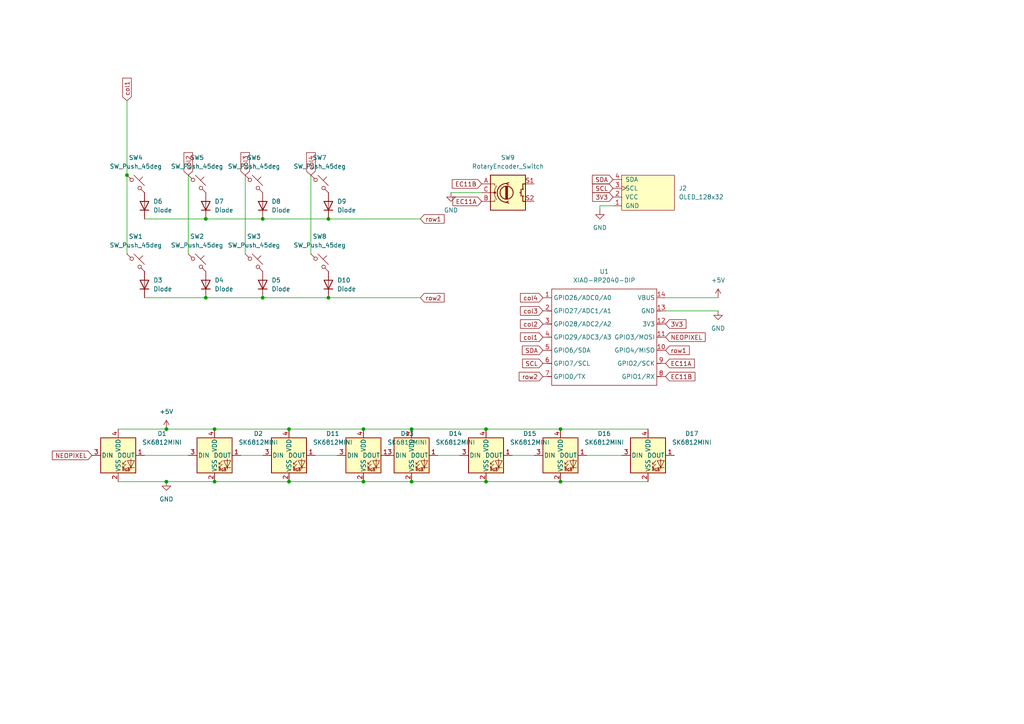
<source format=kicad_sch>
(kicad_sch (version 20231120) (generator "eeschema") (generator_version "8.0")
  (paper "A4")
  (lib_symbols
    (symbol "Device:RotaryEncoder_Switch" (pin_names (offset 0.254) hide)
      (property "Reference" "SW" (at 0 6.604 0))
      (property "Value" "RotaryEncoder_Switch" (at 0 -6.604 0))
      (symbol "RotaryEncoder_Switch_0_1"
        (rectangle (start -5.08 5.08) (end 5.08 -5.08) (stroke (width 0.254)) (fill (type background)))
        (circle (center -3.81 0) (radius 0.254) (fill (type outline)))
        (circle (center -0.381 0) (radius 1.905) (stroke (width 0.254)))
        (arc (start -0.381 2.667) (mid -3.0988 -0.0635) (end -0.381 -2.794) (stroke (width 0.254)))
        (polyline (pts (xy -0.635 -1.778) (xy -0.635 1.778)) (stroke (width 0.254)))
        (polyline (pts (xy -0.381 -1.778) (xy -0.381 1.778)) (stroke (width 0.254)))
        (polyline (pts (xy -0.127 1.778) (xy -0.127 -1.778)) (stroke (width 0.254)))
        (polyline (pts (xy 3.81 0) (xy 3.429 0)) (stroke (width 0.254)))
        (polyline (pts (xy 3.81 1.016) (xy 3.81 -1.016)) (stroke (width 0.254)))
        (polyline (pts (xy -5.08 -2.54) (xy -3.81 -2.54) (xy -3.81 -2.032)))
        (polyline (pts (xy -5.08 2.54) (xy -3.81 2.54) (xy -3.81 2.032)))
        (polyline (pts (xy 0.254 -3.048) (xy -0.508 -2.794) (xy 0.127 -2.413)) (stroke (width 0.254)))
        (polyline (pts (xy 0.254 2.921) (xy -0.508 2.667) (xy 0.127 2.286)) (stroke (width 0.254)))
        (polyline (pts (xy 5.08 -2.54) (xy 4.318 -2.54) (xy 4.318 -1.016)) (stroke (width 0.254)))
        (polyline (pts (xy 5.08 2.54) (xy 4.318 2.54) (xy 4.318 1.016)) (stroke (width 0.254)))
        (polyline (pts (xy -5.08 0) (xy -3.81 0) (xy -3.81 -1.016) (xy -3.302 -2.032)))
        (polyline (pts (xy -4.318 0) (xy -3.81 0) (xy -3.81 1.016) (xy -3.302 2.032)))
        (circle (center 4.318 -1.016) (radius 0.127) (stroke (width 0.254)))
        (circle (center 4.318 1.016) (radius 0.127) (stroke (width 0.254)))
      )
      (symbol "RotaryEncoder_Switch_1_1"
        (pin passive line (at -7.62 2.54 0) (length 2.54) (name "A") (number "A"))
        (pin passive line (at -7.62 -2.54 0) (length 2.54) (name "B") (number "B"))
        (pin passive line (at -7.62 0 0) (length 2.54) (name "C") (number "C"))
        (pin passive line (at 7.62 2.54 180) (length 2.54) (name "S1") (number "S1"))
        (pin passive line (at 7.62 -2.54 180) (length 2.54) (name "S2") (number "S2"))
      )
    )
    (symbol "LED:SK6812MINI" (pin_names (offset 0.254))
      (property "Reference" "D" (at 5.08 5.715 0))
      (property "Value" "SK6812MINI" (at 1.27 -5.715 0))
      (symbol "SK6812MINI_0_0"
        (text "RGB" (at 2.286 -4.191 0) (effects (font (size 0.762 0.762))))
      )
      (symbol "SK6812MINI_0_1"
        (polyline (pts (xy 1.27 -3.556) (xy 1.778 -3.556)))
        (polyline (pts (xy 1.27 -2.54) (xy 1.778 -2.54)))
        (polyline (pts (xy 4.699 -3.556) (xy 2.667 -3.556)))
        (polyline (pts (xy 2.286 -2.54) (xy 1.27 -3.556) (xy 1.27 -3.048)))
        (polyline (pts (xy 2.286 -1.524) (xy 1.27 -2.54) (xy 1.27 -2.032)))
        (polyline (pts (xy 3.683 -1.016) (xy 3.683 -3.556) (xy 3.683 -4.064)))
        (polyline (pts (xy 4.699 -1.524) (xy 2.667 -1.524) (xy 3.683 -3.556) (xy 4.699 -1.524)))
        (rectangle (start 5.08 5.08) (end -5.08 -5.08) (stroke (width 0.254)) (fill (type background)))
      )
      (symbol "SK6812MINI_1_1"
        (pin output line (at 7.62 0 180) (length 2.54) (name "DOUT") (number "1"))
        (pin power_in line (at 0 -7.62 90) (length 2.54) (name "VSS") (number "2"))
        (pin input line (at -7.62 0 0) (length 2.54) (name "DIN") (number "3"))
        (pin power_in line (at 0 7.62 270) (length 2.54) (name "VDD") (number "4"))
      )
    )
    (symbol "ScottoKeebs:OLED_128x32" (pin_names (offset 1.016))
      (property "Reference" "J" (at 0 -6.35 0))
      (property "Value" "OLED_128x32" (at 0 6.35 0))
      (symbol "OLED_128x32_0_1"
        (rectangle (start 0 5.08) (end 15.24 -5.08) (fill (type background)))
      )
      (symbol "OLED_128x32_1_1"
        (pin power_in line (at -2.54 -3.81 0) (length 2.54) (name "GND") (number "1"))
        (pin power_in line (at -2.54 -1.27 0) (length 2.54) (name "VCC") (number "2"))
        (pin input clock (at -2.54 1.27 0) (length 2.54) (name "SCL") (number "3"))
        (pin bidirectional line (at -2.54 3.81 0) (length 2.54) (name "SDA") (number "4"))
      )
    )
    (symbol "ScottoKeebs:Placeholder_Diode" (pin_numbers hide) (pin_names hide)
      (property "Reference" "D" (at 0 2.54 0))
      (property "Value" "Diode" (at 0 -2.54 0))
      (symbol "Placeholder_Diode_0_1"
        (polyline (pts (xy -1.27 1.27) (xy -1.27 -1.27)) (stroke (width 0.254)))
        (polyline (pts (xy 1.27 0) (xy -1.27 0)))
        (polyline (pts (xy 1.27 1.27) (xy 1.27 -1.27) (xy -1.27 0) (xy 1.27 1.27)) (stroke (width 0.254)))
      )
      (symbol "Placeholder_Diode_1_1"
        (pin passive line (at -3.81 0 0) (length 2.54) (name "K") (number "1"))
        (pin passive line (at 3.81 0 180) (length 2.54) (name "A") (number "2"))
      )
    )
    (symbol "Seeed_Studio_XIAO_Series:XIAO-RP2040-DIP"
      (property "Reference" "U" (at 0 0 0))
      (property "Value" "XIAO-RP2040-DIP" (at 5.334 -1.778 0))
      (symbol "XIAO-RP2040-DIP_1_0"
        (polyline (pts (xy -1.27 -30.48) (xy -1.27 -16.51)) (stroke (width 0.1524)))
        (polyline (pts (xy -1.27 -27.94) (xy -2.54 -27.94)) (stroke (width 0.1524)))
        (polyline (pts (xy -1.27 -24.13) (xy -2.54 -24.13)) (stroke (width 0.1524)))
        (polyline (pts (xy -1.27 -20.32) (xy -2.54 -20.32)) (stroke (width 0.1524)))
        (polyline (pts (xy -1.27 -16.51) (xy -2.54 -16.51)) (stroke (width 0.1524)))
        (polyline (pts (xy -1.27 -16.51) (xy -1.27 -12.7)) (stroke (width 0.1524)))
        (polyline (pts (xy -1.27 -12.7) (xy -2.54 -12.7)) (stroke (width 0.1524)))
        (polyline (pts (xy -1.27 -12.7) (xy -1.27 -8.89)) (stroke (width 0.1524)))
        (polyline (pts (xy -1.27 -8.89) (xy -2.54 -8.89)) (stroke (width 0.1524)))
        (polyline (pts (xy -1.27 -8.89) (xy -1.27 -5.08)) (stroke (width 0.1524)))
        (polyline (pts (xy -1.27 -5.08) (xy -2.54 -5.08)) (stroke (width 0.1524)))
        (polyline (pts (xy -1.27 -5.08) (xy -1.27 -2.54)) (stroke (width 0.1524)))
        (polyline (pts (xy -1.27 -2.54) (xy 29.21 -2.54)) (stroke (width 0.1524)))
        (polyline (pts (xy 29.21 -30.48) (xy -1.27 -30.48)) (stroke (width 0.1524)))
        (polyline (pts (xy 29.21 -12.7) (xy 29.21 -30.48)) (stroke (width 0.1524)))
        (polyline (pts (xy 29.21 -8.89) (xy 29.21 -12.7)) (stroke (width 0.1524)))
        (polyline (pts (xy 29.21 -5.08) (xy 29.21 -8.89)) (stroke (width 0.1524)))
        (polyline (pts (xy 29.21 -2.54) (xy 29.21 -5.08)) (stroke (width 0.1524)))
        (polyline (pts (xy 30.48 -27.94) (xy 29.21 -27.94)) (stroke (width 0.1524)))
        (polyline (pts (xy 30.48 -24.13) (xy 29.21 -24.13)) (stroke (width 0.1524)))
        (polyline (pts (xy 30.48 -20.32) (xy 29.21 -20.32)) (stroke (width 0.1524)))
        (polyline (pts (xy 30.48 -16.51) (xy 29.21 -16.51)) (stroke (width 0.1524)))
        (polyline (pts (xy 30.48 -12.7) (xy 29.21 -12.7)) (stroke (width 0.1524)))
        (polyline (pts (xy 30.48 -8.89) (xy 29.21 -8.89)) (stroke (width 0.1524)))
        (polyline (pts (xy 30.48 -5.08) (xy 29.21 -5.08)) (stroke (width 0.1524)))
        (pin passive line (at -3.81 -5.08 0) (length 2.54) (name "GPIO26/ADC0/A0") (number "1"))
        (pin passive line (at 31.75 -20.32 180) (length 2.54) (name "GPIO4/MISO") (number "10"))
        (pin passive line (at 31.75 -16.51 180) (length 2.54) (name "GPIO3/MOSI") (number "11"))
        (pin passive line (at 31.75 -12.7 180) (length 2.54) (name "3V3") (number "12"))
        (pin passive line (at 31.75 -8.89 180) (length 2.54) (name "GND") (number "13"))
        (pin passive line (at 31.75 -5.08 180) (length 2.54) (name "VBUS") (number "14"))
        (pin passive line (at -3.81 -8.89 0) (length 2.54) (name "GPIO27/ADC1/A1") (number "2"))
        (pin passive line (at -3.81 -12.7 0) (length 2.54) (name "GPIO28/ADC2/A2") (number "3"))
        (pin passive line (at -3.81 -16.51 0) (length 2.54) (name "GPIO29/ADC3/A3") (number "4"))
        (pin passive line (at -3.81 -20.32 0) (length 2.54) (name "GPIO6/SDA") (number "5"))
        (pin passive line (at -3.81 -24.13 0) (length 2.54) (name "GPIO7/SCL") (number "6"))
        (pin passive line (at -3.81 -27.94 0) (length 2.54) (name "GPIO0/TX") (number "7"))
        (pin passive line (at 31.75 -27.94 180) (length 2.54) (name "GPIO1/RX") (number "8"))
        (pin passive line (at 31.75 -24.13 180) (length 2.54) (name "GPIO2/SCK") (number "9"))
      )
    )
    (symbol "Switch:SW_Push_45deg" (pin_numbers hide) (pin_names (offset 1.016) hide)
      (property "Reference" "SW" (at 3.048 1.016 0))
      (property "Value" "SW_Push_45deg" (at 0 -3.81 0))
      (symbol "SW_Push_45deg_0_1"
        (circle (center -1.1684 1.1684) (radius 0.508))
        (polyline (pts (xy -0.508 2.54) (xy 2.54 -0.508)))
        (polyline (pts (xy 1.016 1.016) (xy 2.032 2.032)))
        (polyline (pts (xy -2.54 2.54) (xy -1.524 1.524) (xy -1.524 1.524)))
        (polyline (pts (xy 1.524 -1.524) (xy 2.54 -2.54) (xy 2.54 -2.54) (xy 2.54 -2.54)))
        (circle (center 1.143 -1.1938) (radius 0.508))
        (pin passive line (at -2.54 2.54 0) (length 0) (name "1") (number "1"))
        (pin passive line (at 2.54 -2.54 180) (length 0) (name "2") (number "2"))
      )
    )
    (symbol "power:+5V" (power) (pin_numbers hide) (pin_names (offset 0) hide)
      (property "Value" "+5V" (at 0 3.556 0))
      (symbol "+5V_0_1"
        (polyline (pts (xy -0.762 1.27) (xy 0 2.54)))
        (polyline (pts (xy 0 0) (xy 0 2.54)))
        (polyline (pts (xy 0 2.54) (xy 0.762 1.27)))
      )
      (symbol "+5V_1_1"
        (pin power_in line (at 0 0 90) (length 0) (name "~") (number "1"))
      )
    )
    (symbol "power:GND" (power) (pin_numbers hide) (pin_names (offset 0) hide)
      (property "Value" "GND" (at 0 -3.81 0))
      (symbol "GND_0_1"
        (polyline (pts (xy 0 0) (xy 0 -1.27) (xy 1.27 -1.27) (xy 0 -2.54) (xy -1.27 -1.27) (xy 0 -1.27)))
      )
      (symbol "GND_1_1"
        (pin power_in line (at 0 0 270) (length 0) (name "~") (number "1"))
      )
    )
  )
  (junction (at 76.2 86.36))
  (junction (at 119.38 124.46))
  (junction (at 119.38 139.7))
  (junction (at 140.97 124.46))
  (junction (at 95.25 86.36))
  (junction (at 105.41 139.7))
  (junction (at 59.69 63.5))
  (junction (at 62.23 124.46))
  (junction (at 48.26 124.46))
  (junction (at 95.25 63.5))
  (junction (at 36.83 50.8))
  (junction (at 83.82 124.46))
  (junction (at 105.41 124.46))
  (junction (at 62.23 139.7))
  (junction (at 162.56 124.46))
  (junction (at 48.26 139.7))
  (junction (at 76.2 63.5))
  (junction (at 162.56 139.7))
  (junction (at 59.69 86.36))
  (junction (at 83.82 139.7))
  (junction (at 140.97 139.7))
  (wire (pts (xy 83.82 124.46) (xy 105.41 124.46)))
  (wire (pts (xy 59.69 86.36) (xy 76.2 86.36)))
  (wire (pts (xy 83.82 139.7) (xy 105.41 139.7)))
  (wire (pts (xy 90.17 50.8) (xy 90.17 73.66)))
  (wire (pts (xy 121.92 86.36) (xy 95.25 86.36)))
  (wire (pts (xy 119.38 139.7) (xy 140.97 139.7)))
  (wire (pts (xy 62.23 124.46) (xy 83.82 124.46)))
  (wire (pts (xy 177.8 59.69) (xy 173.99 59.69)))
  (wire (pts (xy 140.97 124.46) (xy 162.56 124.46)))
  (wire (pts (xy 48.26 124.46) (xy 62.23 124.46)))
  (wire (pts (xy 91.44 132.08) (xy 97.79 132.08)))
  (wire (pts (xy 162.56 139.7) (xy 187.96 139.7)))
  (wire (pts (xy 48.26 139.7) (xy 62.23 139.7)))
  (wire (pts (xy 162.56 124.46) (xy 187.96 124.46)))
  (wire (pts (xy 76.2 63.5) (xy 95.25 63.5)))
  (wire (pts (xy 71.12 50.8) (xy 71.12 73.66)))
  (wire (pts (xy 148.59 132.08) (xy 154.94 132.08)))
  (wire (pts (xy 140.97 139.7) (xy 162.56 139.7)))
  (wire (pts (xy 36.83 29.21) (xy 36.83 50.8)))
  (wire (pts (xy 105.41 139.7) (xy 119.38 139.7)))
  (wire (pts (xy 119.38 124.46) (xy 140.97 124.46)))
  (wire (pts (xy 95.25 63.5) (xy 121.92 63.5)))
  (wire (pts (xy 36.83 50.8) (xy 36.83 73.66)))
  (wire (pts (xy 41.91 86.36) (xy 59.69 86.36)))
  (wire (pts (xy 69.85 132.08) (xy 76.2 132.08)))
  (wire (pts (xy 62.23 139.7) (xy 83.82 139.7)))
  (wire (pts (xy 76.2 86.36) (xy 95.25 86.36)))
  (wire (pts (xy 208.28 86.36) (xy 193.04 86.36)))
  (wire (pts (xy 34.29 124.46) (xy 48.26 124.46)))
  (wire (pts (xy 208.28 90.17) (xy 193.04 90.17)))
  (wire (pts (xy 127 132.08) (xy 133.35 132.08)))
  (wire (pts (xy 105.41 124.46) (xy 119.38 124.46)))
  (wire (pts (xy 130.81 55.88) (xy 139.7 55.88)))
  (wire (pts (xy 59.69 63.5) (xy 76.2 63.5)))
  (wire (pts (xy 54.61 50.8) (xy 54.61 73.66)))
  (wire (pts (xy 173.99 59.69) (xy 173.99 60.96)))
  (wire (pts (xy 34.29 139.7) (xy 48.26 139.7)))
  (wire (pts (xy 170.18 132.08) (xy 180.34 132.08)))
  (wire (pts (xy 41.91 63.5) (xy 59.69 63.5)))
  (wire (pts (xy 41.91 132.08) (xy 54.61 132.08)))
  (wire (pts (xy 111.76 132.08) (xy 113.03 132.08)))
  (global_label "NEOPIXEL" (shape input) (at 26.67 132.08 180) (property "Intersheetrefs" "${INTERSHEET_REFS}" (effects (hide yes))))
  (global_label "col1" (shape input) (at 36.83 29.21 90) (property "Intersheetrefs" "${INTERSHEET_REFS}" (effects (hide yes))))
  (global_label "SDA" (shape input) (at 157.48 101.6 180) (property "Intersheetrefs" "${INTERSHEET_REFS}" (effects (hide yes))))
  (global_label "col2" (shape input) (at 54.61 50.8 90) (property "Intersheetrefs" "${INTERSHEET_REFS}" (effects (hide yes))))
  (global_label "col2" (shape input) (at 157.48 93.98 180) (property "Intersheetrefs" "${INTERSHEET_REFS}" (effects (hide yes))))
  (global_label "SCL" (shape input) (at 157.48 105.41 180) (property "Intersheetrefs" "${INTERSHEET_REFS}" (effects (hide yes))))
  (global_label "col3" (shape input) (at 71.12 50.8 90) (property "Intersheetrefs" "${INTERSHEET_REFS}" (effects (hide yes))))
  (global_label "row1" (shape input) (at 193.04 101.6 0) (property "Intersheetrefs" "${INTERSHEET_REFS}" (effects (hide yes))))
  (global_label "row2" (shape input) (at 121.92 86.36 0) (property "Intersheetrefs" "${INTERSHEET_REFS}" (effects (hide yes))))
  (global_label "NEOPIXEL" (shape input) (at 193.04 97.79 0) (property "Intersheetrefs" "${INTERSHEET_REFS}" (effects (hide yes))))
  (global_label "EC11B" (shape input) (at 139.7 53.34 180) (property "Intersheetrefs" "${INTERSHEET_REFS}" (effects (hide yes))))
  (global_label "EC11A" (shape input) (at 193.04 105.41 0) (property "Intersheetrefs" "${INTERSHEET_REFS}" (effects (hide yes))))
  (global_label "col3" (shape input) (at 157.48 90.17 180) (property "Intersheetrefs" "${INTERSHEET_REFS}" (effects (hide yes))))
  (global_label "EC11A" (shape input) (at 139.7 58.42 180) (property "Intersheetrefs" "${INTERSHEET_REFS}" (effects (hide yes))))
  (global_label "col4" (shape input) (at 157.48 86.36 180) (property "Intersheetrefs" "${INTERSHEET_REFS}" (effects (hide yes))))
  (global_label "EC11B" (shape input) (at 193.04 109.22 0) (property "Intersheetrefs" "${INTERSHEET_REFS}" (effects (hide yes))))
  (global_label "col4" (shape input) (at 90.17 50.8 90) (property "Intersheetrefs" "${INTERSHEET_REFS}" (effects (hide yes))))
  (global_label "3V3" (shape input) (at 177.8 57.15 180) (property "Intersheetrefs" "${INTERSHEET_REFS}" (effects (hide yes))))
  (global_label "col1" (shape input) (at 157.48 97.79 180) (property "Intersheetrefs" "${INTERSHEET_REFS}" (effects (hide yes))))
  (global_label "row1" (shape input) (at 121.92 63.5 0) (property "Intersheetrefs" "${INTERSHEET_REFS}" (effects (hide yes))))
  (global_label "row2" (shape input) (at 157.48 109.22 180) (property "Intersheetrefs" "${INTERSHEET_REFS}" (effects (hide yes))))
  (global_label "SCL" (shape input) (at 177.8 54.61 180) (property "Intersheetrefs" "${INTERSHEET_REFS}" (effects (hide yes))))
  (global_label "3V3" (shape input) (at 193.04 93.98 0) (property "Intersheetrefs" "${INTERSHEET_REFS}" (effects (hide yes))))
  (global_label "SDA" (shape input) (at 177.8 52.07 180) (property "Intersheetrefs" "${INTERSHEET_REFS}" (effects (hide yes))))
  (symbol (lib_id "ScottoKeebs:Placeholder_Diode") (at 41.91 82.55 90) (unit 1)
    (property "Reference" "D3" (at 44.45 81.2799 90) (effects (justify right)))
    (property "Value" "Diode" (at 44.45 83.8199 90) (effects (justify right)))
    (property "Footprint" "Diode_THT:D_DO-35_SOD27_P7.62mm_Horizontal" (effects (hide yes)))
    (property "Description" "1N4148 (DO-35) or 1N4148W (SOD-123)" (effects (hide yes)))
    (property "Sim.Device" "D" (effects (hide yes)))
    (property "Sim.Pins" "1=K 2=A" (effects (hide yes)))
  )
  (symbol (lib_id "Device:RotaryEncoder_Switch") (at 147.32 55.88 0) (unit 1)
    (property "Reference" "SW9" (at 147.32 45.72 0))
    (property "Value" "RotaryEncoder_Switch" (at 147.32 48.26 0))
    (property "Footprint" "Rotary_Encoder:RotaryEncoder_Alps_EC11E-Switch_Vertical_H20mm" (effects (hide yes)))
    (property "Description" "Rotary encoder, dual channel, incremental quadrate outputs, with switch" (effects (hide yes)))
  )
  (symbol (lib_id "power:+5V") (at 208.28 86.36 0) (unit 1)
    (property "Reference" "#PWR03" (effects (hide yes)))
    (property "Value" "+5V" (at 208.28 81.28 0))
    (property "Description" "Power symbol creates a global label with name \"+5V\"" (effects (hide yes)))
  )
  (symbol (lib_id "power:GND") (at 48.26 139.7 0) (unit 1)
    (property "Reference" "#PWR01" (effects (hide yes)))
    (property "Value" "GND" (at 48.26 144.78 0))
    (property "Description" "Power symbol creates a global label with name \"GND\" , ground" (effects (hide yes)))
  )
  (symbol (lib_id "Switch:SW_Push_45deg") (at 39.37 76.2 0) (unit 1)
    (property "Reference" "SW1" (at 39.37 68.58 0))
    (property "Value" "SW_Push_45deg" (at 39.37 71.12 0))
    (property "Footprint" "Button_Switch_Keyboard:SW_Cherry_MX_1.00u_PCB" (effects (hide yes)))
    (property "Description" "Push button switch, normally open, two pins, 45° tilted" (effects (hide yes)))
  )
  (symbol (lib_id "Seeed_Studio_XIAO_Series:XIAO-RP2040-DIP") (at 161.29 81.28 0) (unit 1)
    (property "Reference" "U1" (at 175.26 78.74 0))
    (property "Value" "XIAO-RP2040-DIP" (at 175.26 81.28 0))
    (property "Footprint" "Seeed Studio XIAO Series Library:XIAO-RP2040-DIP" (effects (hide yes)))
  )
  (symbol (lib_id "ScottoKeebs:Placeholder_Diode") (at 95.25 59.69 90) (unit 1)
    (property "Reference" "D9" (at 97.79 58.4199 90) (effects (justify right)))
    (property "Value" "Diode" (at 97.79 60.9599 90) (effects (justify right)))
    (property "Footprint" "Diode_THT:D_DO-35_SOD27_P7.62mm_Horizontal" (effects (hide yes)))
    (property "Description" "1N4148 (DO-35) or 1N4148W (SOD-123)" (effects (hide yes)))
    (property "Sim.Device" "D" (effects (hide yes)))
    (property "Sim.Pins" "1=K 2=A" (effects (hide yes)))
  )
  (symbol (lib_id "LED:SK6812MINI") (at 62.23 132.08 0) (unit 1)
    (property "Reference" "D2" (at 74.93 125.7614 0))
    (property "Value" "SK6812MINI" (at 74.93 128.3014 0))
    (property "Footprint" "LED_SMD:LED_SK6812MINI_PLCC4_3.5x3.5mm_P1.75mm" (effects (hide yes)))
    (property "Datasheet" "https://cdn-shop.adafruit.com/product-files/2686/SK6812MINI_REV.01-1-2.pdf" (effects (hide yes)))
    (property "Description" "RGB LED with integrated controller" (effects (hide yes)))
  )
  (symbol (lib_id "Switch:SW_Push_45deg") (at 92.71 53.34 0) (unit 1)
    (property "Reference" "SW7" (at 92.71 45.72 0))
    (property "Value" "SW_Push_45deg" (at 92.71 48.26 0))
    (property "Footprint" "Button_Switch_Keyboard:SW_Cherry_MX_1.00u_PCB" (effects (hide yes)))
    (property "Description" "Push button switch, normally open, two pins, 45° tilted" (effects (hide yes)))
  )
  (symbol (lib_id "ScottoKeebs:Placeholder_Diode") (at 59.69 82.55 90) (unit 1)
    (property "Reference" "D4" (at 62.23 81.2799 90) (effects (justify right)))
    (property "Value" "Diode" (at 62.23 83.8199 90) (effects (justify right)))
    (property "Footprint" "Diode_THT:D_DO-35_SOD27_P7.62mm_Horizontal" (effects (hide yes)))
    (property "Description" "1N4148 (DO-35) or 1N4148W (SOD-123)" (effects (hide yes)))
    (property "Sim.Device" "D" (effects (hide yes)))
    (property "Sim.Pins" "1=K 2=A" (effects (hide yes)))
  )
  (symbol (lib_id "power:GND") (at 173.99 60.96 0) (unit 1)
    (property "Reference" "#PWR05" (effects (hide yes)))
    (property "Value" "GND" (at 173.99 66.04 0))
    (property "Description" "Power symbol creates a global label with name \"GND\" , ground" (effects (hide yes)))
  )
  (symbol (lib_id "ScottoKeebs:Placeholder_Diode") (at 76.2 59.69 90) (unit 1)
    (property "Reference" "D8" (at 78.74 58.4199 90) (effects (justify right)))
    (property "Value" "Diode" (at 78.74 60.9599 90) (effects (justify right)))
    (property "Footprint" "Diode_THT:D_DO-35_SOD27_P7.62mm_Horizontal" (effects (hide yes)))
    (property "Description" "1N4148 (DO-35) or 1N4148W (SOD-123)" (effects (hide yes)))
    (property "Sim.Device" "D" (effects (hide yes)))
    (property "Sim.Pins" "1=K 2=A" (effects (hide yes)))
  )
  (symbol (lib_id "ScottoKeebs:OLED_128x32") (at 180.34 55.88 0) (unit 1)
    (property "Reference" "J2" (at 196.85 54.6099 0) (effects (justify left)))
    (property "Value" "OLED_128x32" (at 196.85 57.1499 0) (effects (justify left)))
    (property "Footprint" "ScottoKeebs_Components:OLED_128x32" (effects (hide yes)))
  )
  (symbol (lib_id "power:GND") (at 130.81 55.88 0) (unit 1)
    (property "Reference" "#PWR06" (effects (hide yes)))
    (property "Value" "GND" (at 130.81 60.96 0))
    (property "Description" "Power symbol creates a global label with name \"GND\" , ground" (effects (hide yes)))
  )
  (symbol (lib_id "Switch:SW_Push_45deg") (at 39.37 53.34 0) (unit 1)
    (property "Reference" "SW4" (at 39.37 45.72 0))
    (property "Value" "SW_Push_45deg" (at 39.37 48.26 0))
    (property "Footprint" "Button_Switch_Keyboard:SW_Cherry_MX_1.00u_PCB" (effects (hide yes)))
    (property "Description" "Push button switch, normally open, two pins, 45° tilted" (effects (hide yes)))
  )
  (symbol (lib_id "Switch:SW_Push_45deg") (at 73.66 53.34 0) (unit 1)
    (property "Reference" "SW6" (at 73.66 45.72 0))
    (property "Value" "SW_Push_45deg" (at 73.66 48.26 0))
    (property "Footprint" "Button_Switch_Keyboard:SW_Cherry_MX_1.00u_PCB" (effects (hide yes)))
    (property "Description" "Push button switch, normally open, two pins, 45° tilted" (effects (hide yes)))
  )
  (symbol (lib_id "power:+5V") (at 48.26 124.46 0) (unit 1)
    (property "Reference" "#PWR04" (effects (hide yes)))
    (property "Value" "+5V" (at 48.26 119.38 0))
    (property "Description" "Power symbol creates a global label with name \"+5V\"" (effects (hide yes)))
  )
  (symbol (lib_id "ScottoKeebs:Placeholder_Diode") (at 76.2 82.55 90) (unit 1)
    (property "Reference" "D5" (at 78.74 81.2799 90) (effects (justify right)))
    (property "Value" "Diode" (at 78.74 83.8199 90) (effects (justify right)))
    (property "Footprint" "Diode_THT:D_DO-35_SOD27_P7.62mm_Horizontal" (effects (hide yes)))
    (property "Description" "1N4148 (DO-35) or 1N4148W (SOD-123)" (effects (hide yes)))
    (property "Sim.Device" "D" (effects (hide yes)))
    (property "Sim.Pins" "1=K 2=A" (effects (hide yes)))
  )
  (symbol (lib_id "LED:SK6812MINI") (at 83.82 132.08 0) (unit 1)
    (property "Reference" "D11" (at 96.52 125.7614 0))
    (property "Value" "SK6812MINI" (at 96.52 128.3014 0))
    (property "Footprint" "LED_SMD:LED_SK6812MINI_PLCC4_3.5x3.5mm_P1.75mm" (effects (hide yes)))
    (property "Datasheet" "https://cdn-shop.adafruit.com/product-files/2686/SK6812MINI_REV.01-1-2.pdf" (effects (hide yes)))
    (property "Description" "RGB LED with integrated controller" (effects (hide yes)))
  )
  (symbol (lib_id "power:GND") (at 208.28 90.17 0) (unit 1)
    (property "Reference" "#PWR02" (effects (hide yes)))
    (property "Value" "GND" (at 208.28 95.25 0))
    (property "Description" "Power symbol creates a global label with name \"GND\" , ground" (effects (hide yes)))
  )
  (symbol (lib_id "ScottoKeebs:Placeholder_Diode") (at 41.91 59.69 90) (unit 1)
    (property "Reference" "D6" (at 44.45 58.4199 90) (effects (justify right)))
    (property "Value" "Diode" (at 44.45 60.9599 90) (effects (justify right)))
    (property "Footprint" "Diode_THT:D_DO-35_SOD27_P7.62mm_Horizontal" (effects (hide yes)))
    (property "Description" "1N4148 (DO-35) or 1N4148W (SOD-123)" (effects (hide yes)))
    (property "Sim.Device" "D" (effects (hide yes)))
    (property "Sim.Pins" "1=K 2=A" (effects (hide yes)))
  )
  (symbol (lib_id "ScottoKeebs:Placeholder_Diode") (at 95.25 82.55 90) (unit 1)
    (property "Reference" "D10" (at 97.79 81.2799 90) (effects (justify right)))
    (property "Value" "Diode" (at 97.79 83.8199 90) (effects (justify right)))
    (property "Footprint" "Diode_THT:D_DO-35_SOD27_P7.62mm_Horizontal" (effects (hide yes)))
    (property "Description" "1N4148 (DO-35) or 1N4148W (SOD-123)" (effects (hide yes)))
    (property "Sim.Device" "D" (effects (hide yes)))
    (property "Sim.Pins" "1=K 2=A" (effects (hide yes)))
  )
  (symbol (lib_id "Switch:SW_Push_45deg") (at 57.15 76.2 0) (unit 1)
    (property "Reference" "SW2" (at 57.15 68.58 0))
    (property "Value" "SW_Push_45deg" (at 57.15 71.12 0))
    (property "Footprint" "Button_Switch_Keyboard:SW_Cherry_MX_1.00u_PCB" (effects (hide yes)))
    (property "Description" "Push button switch, normally open, two pins, 45° tilted" (effects (hide yes)))
  )
  (symbol (lib_id "Switch:SW_Push_45deg") (at 73.66 76.2 0) (unit 1)
    (property "Reference" "SW3" (at 73.66 68.58 0))
    (property "Value" "SW_Push_45deg" (at 73.66 71.12 0))
    (property "Footprint" "Button_Switch_Keyboard:SW_Cherry_MX_1.00u_PCB" (effects (hide yes)))
    (property "Description" "Push button switch, normally open, two pins, 45° tilted" (effects (hide yes)))
  )
  (symbol (lib_id "LED:SK6812MINI") (at 119.38 132.08 0) (unit 1)
    (property "Reference" "D14" (at 132.08 125.7614 0))
    (property "Value" "SK6812MINI" (at 132.08 128.3014 0))
    (property "Footprint" "LED_SMD:LED_SK6812MINI_PLCC4_3.5x3.5mm_P1.75mm" (effects (hide yes)))
    (property "Datasheet" "https://cdn-shop.adafruit.com/product-files/2686/SK6812MINI_REV.01-1-2.pdf" (effects (hide yes)))
    (property "Description" "RGB LED with integrated controller" (effects (hide yes)))
  )
  (symbol (lib_id "LED:SK6812MINI") (at 34.29 132.08 0) (unit 1)
    (property "Reference" "D1" (at 46.99 125.7614 0))
    (property "Value" "SK6812MINI" (at 46.99 128.3014 0))
    (property "Footprint" "LED_SMD:LED_SK6812MINI_PLCC4_3.5x3.5mm_P1.75mm" (effects (hide yes)))
    (property "Datasheet" "https://cdn-shop.adafruit.com/product-files/2686/SK6812MINI_REV.01-1-2.pdf" (effects (hide yes)))
    (property "Description" "RGB LED with integrated controller" (effects (hide yes)))
  )
  (symbol (lib_id "LED:SK6812MINI") (at 105.41 132.08 0) (unit 1)
    (property "Reference" "D13" (at 118.11 125.7614 0))
    (property "Value" "SK6812MINI" (at 118.11 128.3014 0))
    (property "Footprint" "LED_SMD:LED_SK6812MINI_PLCC4_3.5x3.5mm_P1.75mm" (effects (hide yes)))
    (property "Datasheet" "https://cdn-shop.adafruit.com/product-files/2686/SK6812MINI_REV.01-1-2.pdf" (effects (hide yes)))
    (property "Description" "RGB LED with integrated controller" (effects (hide yes)))
  )
  (symbol (lib_id "LED:SK6812MINI") (at 140.97 132.08 0) (unit 1)
    (property "Reference" "D15" (at 153.67 125.7614 0))
    (property "Value" "SK6812MINI" (at 153.67 128.3014 0))
    (property "Footprint" "LED_SMD:LED_SK6812MINI_PLCC4_3.5x3.5mm_P1.75mm" (effects (hide yes)))
    (property "Datasheet" "https://cdn-shop.adafruit.com/product-files/2686/SK6812MINI_REV.01-1-2.pdf" (effects (hide yes)))
    (property "Description" "RGB LED with integrated controller" (effects (hide yes)))
  )
  (symbol (lib_id "Switch:SW_Push_45deg") (at 57.15 53.34 0) (unit 1)
    (property "Reference" "SW5" (at 57.15 45.72 0))
    (property "Value" "SW_Push_45deg" (at 57.15 48.26 0))
    (property "Footprint" "Button_Switch_Keyboard:SW_Cherry_MX_1.00u_PCB" (effects (hide yes)))
    (property "Description" "Push button switch, normally open, two pins, 45° tilted" (effects (hide yes)))
  )
  (symbol (lib_id "LED:SK6812MINI") (at 187.96 132.08 0) (unit 1)
    (property "Reference" "D17" (at 200.66 125.7614 0))
    (property "Value" "SK6812MINI" (at 200.66 128.3014 0))
    (property "Footprint" "LED_SMD:LED_SK6812MINI_PLCC4_3.5x3.5mm_P1.75mm" (effects (hide yes)))
    (property "Datasheet" "https://cdn-shop.adafruit.com/product-files/2686/SK6812MINI_REV.01-1-2.pdf" (effects (hide yes)))
    (property "Description" "RGB LED with integrated controller" (effects (hide yes)))
  )
  (symbol (lib_id "LED:SK6812MINI") (at 162.56 132.08 0) (unit 1)
    (property "Reference" "D16" (at 175.26 125.7614 0))
    (property "Value" "SK6812MINI" (at 175.26 128.3014 0))
    (property "Footprint" "LED_SMD:LED_SK6812MINI_PLCC4_3.5x3.5mm_P1.75mm" (effects (hide yes)))
    (property "Datasheet" "https://cdn-shop.adafruit.com/product-files/2686/SK6812MINI_REV.01-1-2.pdf" (effects (hide yes)))
    (property "Description" "RGB LED with integrated controller" (effects (hide yes)))
  )
  (symbol (lib_id "ScottoKeebs:Placeholder_Diode") (at 59.69 59.69 90) (unit 1)
    (property "Reference" "D7" (at 62.23 58.4199 90) (effects (justify right)))
    (property "Value" "Diode" (at 62.23 60.9599 90) (effects (justify right)))
    (property "Footprint" "Diode_THT:D_DO-35_SOD27_P7.62mm_Horizontal" (effects (hide yes)))
    (property "Description" "1N4148 (DO-35) or 1N4148W (SOD-123)" (effects (hide yes)))
    (property "Sim.Device" "D" (effects (hide yes)))
    (property "Sim.Pins" "1=K 2=A" (effects (hide yes)))
  )
  (symbol (lib_id "Switch:SW_Push_45deg") (at 92.71 76.2 0) (unit 1)
    (property "Reference" "SW8" (at 92.71 68.58 0))
    (property "Value" "SW_Push_45deg" (at 92.71 71.12 0))
    (property "Footprint" "Button_Switch_Keyboard:SW_Cherry_MX_1.00u_PCB" (effects (hide yes)))
    (property "Description" "Push button switch, normally open, two pins, 45° tilted" (effects (hide yes)))
  )
)
</source>
